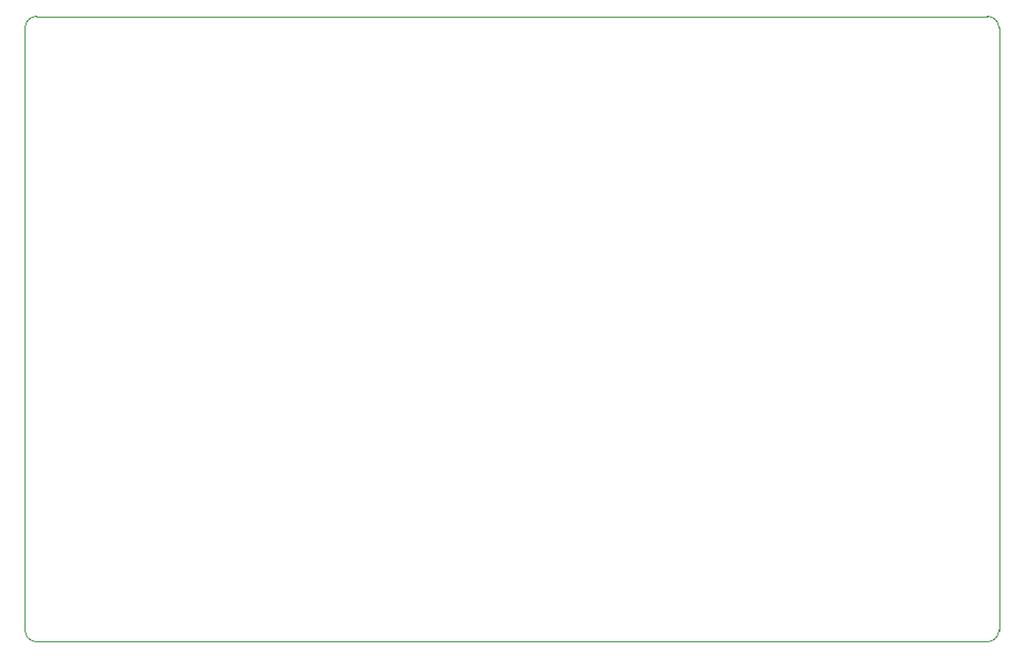
<source format=gbr>
%TF.GenerationSoftware,KiCad,Pcbnew,9.0.1*%
%TF.CreationDate,2025-05-06T21:02:19-04:00*%
%TF.ProjectId,PCB_breadboard,5043425f-6272-4656-9164-626f6172642e,V1.1.1.Locking*%
%TF.SameCoordinates,PX54c81a0PY9157080*%
%TF.FileFunction,Profile,NP*%
%FSLAX46Y46*%
G04 Gerber Fmt 4.6, Leading zero omitted, Abs format (unit mm)*
G04 Created by KiCad (PCBNEW 9.0.1) date 2025-05-06 21:02:19*
%MOMM*%
%LPD*%
G01*
G04 APERTURE LIST*
%TA.AperFunction,Profile*%
%ADD10C,0.100000*%
%TD*%
G04 APERTURE END LIST*
D10*
X1000000Y0D02*
X83000000Y0D01*
X83000000Y54000000D02*
G75*
G02*
X84000000Y53000000I0J-1000000D01*
G01*
X83000000Y54000000D02*
X1000000Y54000000D01*
X84000000Y1000000D02*
X84000000Y53000000D01*
X1000000Y0D02*
G75*
G02*
X0Y1000000I0J1000000D01*
G01*
X0Y53000000D02*
G75*
G02*
X1000000Y54000000I1000000J0D01*
G01*
X84000000Y1000000D02*
G75*
G02*
X83000000Y0I-1000000J0D01*
G01*
X0Y53000000D02*
X0Y1000000D01*
M02*

</source>
